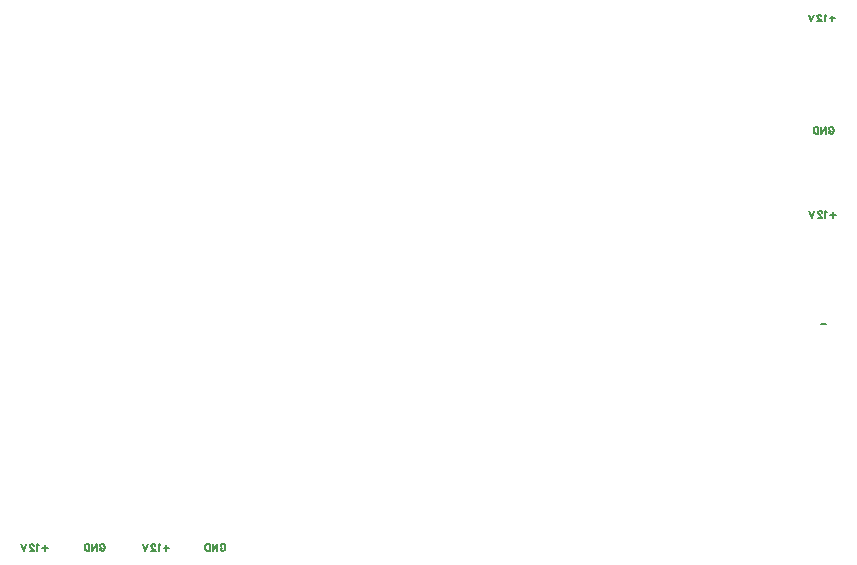
<source format=gbo>
G04 Layer: BottomSilkscreenLayer*
G04 EasyEDA Pro v2.2.32.3, 2024-11-04 22:23:50*
G04 Gerber Generator version 0.3*
G04 Scale: 100 percent, Rotated: No, Reflected: No*
G04 Dimensions in millimeters*
G04 Leading zeros omitted, absolute positions, 3 integers and 5 decimals*
%FSLAX35Y35*%
%MOMM*%
%ADD10C,0.15*%
G75*


G04 Text Start*
G54D10*
G01X8883904Y-1462786D02*
G01X8883904Y-1510538D01*
G01X8907780Y-1486662D02*
G01X8860028Y-1486662D01*
G01X8832342Y-1465326D02*
G01X8827008Y-1462786D01*
G01X8818880Y-1454912D01*
G01X8818880Y-1510538D01*
G01X8788400Y-1468120D02*
G01X8788400Y-1465326D01*
G01X8785860Y-1460246D01*
G01X8783066Y-1457452D01*
G01X8777732Y-1454912D01*
G01X8767318Y-1454912D01*
G01X8761984Y-1457452D01*
G01X8759190Y-1460246D01*
G01X8756650Y-1465326D01*
G01X8756650Y-1470660D01*
G01X8759190Y-1475994D01*
G01X8764524Y-1484122D01*
G01X8791194Y-1510538D01*
G01X8753856Y-1510538D01*
G01X8726170Y-1454912D02*
G01X8704834Y-1510538D01*
G01X8683498Y-1454912D02*
G01X8704834Y-1510538D01*
G01X8855456Y-2420620D02*
G01X8857996Y-2415286D01*
G01X8863330Y-2409952D01*
G01X8868664Y-2407412D01*
G01X8879332Y-2407412D01*
G01X8884666Y-2409952D01*
G01X8890000Y-2415286D01*
G01X8892540Y-2420620D01*
G01X8895080Y-2428494D01*
G01X8895080Y-2441956D01*
G01X8892540Y-2449830D01*
G01X8890000Y-2455164D01*
G01X8884666Y-2460498D01*
G01X8879332Y-2463038D01*
G01X8868664Y-2463038D01*
G01X8863330Y-2460498D01*
G01X8857996Y-2455164D01*
G01X8855456Y-2449830D01*
G01X8855456Y-2441956D01*
G01X8868664Y-2441956D02*
G01X8855456Y-2441956D01*
G01X8827770Y-2407412D02*
G01X8827770Y-2463038D01*
G01X8827770Y-2407412D02*
G01X8790432Y-2463038D01*
G01X8790432Y-2407412D02*
G01X8790432Y-2463038D01*
G01X8762746Y-2407412D02*
G01X8762746Y-2463038D01*
G01X8762746Y-2407412D02*
G01X8744204Y-2407412D01*
G01X8736076Y-2409952D01*
G01X8730742Y-2415286D01*
G01X8728202Y-2420620D01*
G01X8725408Y-2428494D01*
G01X8725408Y-2441956D01*
G01X8728202Y-2449830D01*
G01X8730742Y-2455164D01*
G01X8736076Y-2460498D01*
G01X8744204Y-2463038D01*
G01X8762746Y-2463038D01*
G01X8889305Y-3125686D02*
G01X8889305Y-3173438D01*
G01X8913181Y-3149562D02*
G01X8865429Y-3149562D01*
G01X8837743Y-3128226D02*
G01X8832409Y-3125686D01*
G01X8824281Y-3117812D01*
G01X8824281Y-3173438D01*
G01X8793801Y-3131020D02*
G01X8793801Y-3128226D01*
G01X8791261Y-3123146D01*
G01X8788467Y-3120352D01*
G01X8783133Y-3117812D01*
G01X8772719Y-3117812D01*
G01X8767385Y-3120352D01*
G01X8764591Y-3123146D01*
G01X8762051Y-3128226D01*
G01X8762051Y-3133560D01*
G01X8764591Y-3138894D01*
G01X8769925Y-3147022D01*
G01X8796595Y-3173438D01*
G01X8759257Y-3173438D01*
G01X8731571Y-3117812D02*
G01X8710235Y-3173438D01*
G01X8688899Y-3117812D02*
G01X8710235Y-3173438D01*
G01X8831580Y-4077462D02*
G01X8783828Y-4077462D01*
G01X2216404Y-5945886D02*
G01X2216404Y-5993638D01*
G01X2240280Y-5969762D02*
G01X2192528Y-5969762D01*
G01X2164842Y-5948426D02*
G01X2159508Y-5945886D01*
G01X2151380Y-5938012D01*
G01X2151380Y-5993638D01*
G01X2120900Y-5951220D02*
G01X2120900Y-5948426D01*
G01X2118360Y-5943346D01*
G01X2115566Y-5940552D01*
G01X2110232Y-5938012D01*
G01X2099818Y-5938012D01*
G01X2094484Y-5940552D01*
G01X2091690Y-5943346D01*
G01X2089150Y-5948426D01*
G01X2089150Y-5953760D01*
G01X2091690Y-5959094D01*
G01X2097024Y-5967222D01*
G01X2123694Y-5993638D01*
G01X2086356Y-5993638D01*
G01X2058670Y-5938012D02*
G01X2037334Y-5993638D01*
G01X2015998Y-5938012D02*
G01X2037334Y-5993638D01*
G01X2683256Y-5951220D02*
G01X2685796Y-5945886D01*
G01X2691130Y-5940552D01*
G01X2696464Y-5938012D01*
G01X2707132Y-5938012D01*
G01X2712466Y-5940552D01*
G01X2717800Y-5945886D01*
G01X2720340Y-5951220D01*
G01X2722880Y-5959094D01*
G01X2722880Y-5972556D01*
G01X2720340Y-5980430D01*
G01X2717800Y-5985764D01*
G01X2712466Y-5991098D01*
G01X2707132Y-5993638D01*
G01X2696464Y-5993638D01*
G01X2691130Y-5991098D01*
G01X2685796Y-5985764D01*
G01X2683256Y-5980430D01*
G01X2683256Y-5972556D01*
G01X2696464Y-5972556D02*
G01X2683256Y-5972556D01*
G01X2655570Y-5938012D02*
G01X2655570Y-5993638D01*
G01X2655570Y-5938012D02*
G01X2618232Y-5993638D01*
G01X2618232Y-5938012D02*
G01X2618232Y-5993638D01*
G01X2590546Y-5938012D02*
G01X2590546Y-5993638D01*
G01X2590546Y-5938012D02*
G01X2572004Y-5938012D01*
G01X2563876Y-5940552D01*
G01X2558542Y-5945886D01*
G01X2556002Y-5951220D01*
G01X2553208Y-5959094D01*
G01X2553208Y-5972556D01*
G01X2556002Y-5980430D01*
G01X2558542Y-5985764D01*
G01X2563876Y-5991098D01*
G01X2572004Y-5993638D01*
G01X2590546Y-5993638D01*
G01X3245104Y-5945886D02*
G01X3245104Y-5993638D01*
G01X3268980Y-5969762D02*
G01X3221228Y-5969762D01*
G01X3193542Y-5948426D02*
G01X3188208Y-5945886D01*
G01X3180080Y-5938012D01*
G01X3180080Y-5993638D01*
G01X3149600Y-5951220D02*
G01X3149600Y-5948426D01*
G01X3147060Y-5943346D01*
G01X3144266Y-5940552D01*
G01X3138932Y-5938012D01*
G01X3128518Y-5938012D01*
G01X3123184Y-5940552D01*
G01X3120390Y-5943346D01*
G01X3117850Y-5948426D01*
G01X3117850Y-5953760D01*
G01X3120390Y-5959094D01*
G01X3125724Y-5967222D01*
G01X3152394Y-5993638D01*
G01X3115056Y-5993638D01*
G01X3087370Y-5938012D02*
G01X3066034Y-5993638D01*
G01X3044698Y-5938012D02*
G01X3066034Y-5993638D01*
G01X3702752Y-5950420D02*
G01X3705292Y-5945086D01*
G01X3710626Y-5939752D01*
G01X3715960Y-5937212D01*
G01X3726628Y-5937212D01*
G01X3731962Y-5939752D01*
G01X3737296Y-5945086D01*
G01X3739836Y-5950420D01*
G01X3742376Y-5958294D01*
G01X3742376Y-5971756D01*
G01X3739836Y-5979630D01*
G01X3737296Y-5984964D01*
G01X3731962Y-5990298D01*
G01X3726628Y-5992838D01*
G01X3715960Y-5992838D01*
G01X3710626Y-5990298D01*
G01X3705292Y-5984964D01*
G01X3702752Y-5979630D01*
G01X3702752Y-5971756D01*
G01X3715960Y-5971756D02*
G01X3702752Y-5971756D01*
G01X3675066Y-5937212D02*
G01X3675066Y-5992838D01*
G01X3675066Y-5937212D02*
G01X3637728Y-5992838D01*
G01X3637728Y-5937212D02*
G01X3637728Y-5992838D01*
G01X3610042Y-5937212D02*
G01X3610042Y-5992838D01*
G01X3610042Y-5937212D02*
G01X3591500Y-5937212D01*
G01X3583372Y-5939752D01*
G01X3578038Y-5945086D01*
G01X3575498Y-5950420D01*
G01X3572704Y-5958294D01*
G01X3572704Y-5971756D01*
G01X3575498Y-5979630D01*
G01X3578038Y-5984964D01*
G01X3583372Y-5990298D01*
G01X3591500Y-5992838D01*
G01X3610042Y-5992838D01*
G04 Text End*

M02*


</source>
